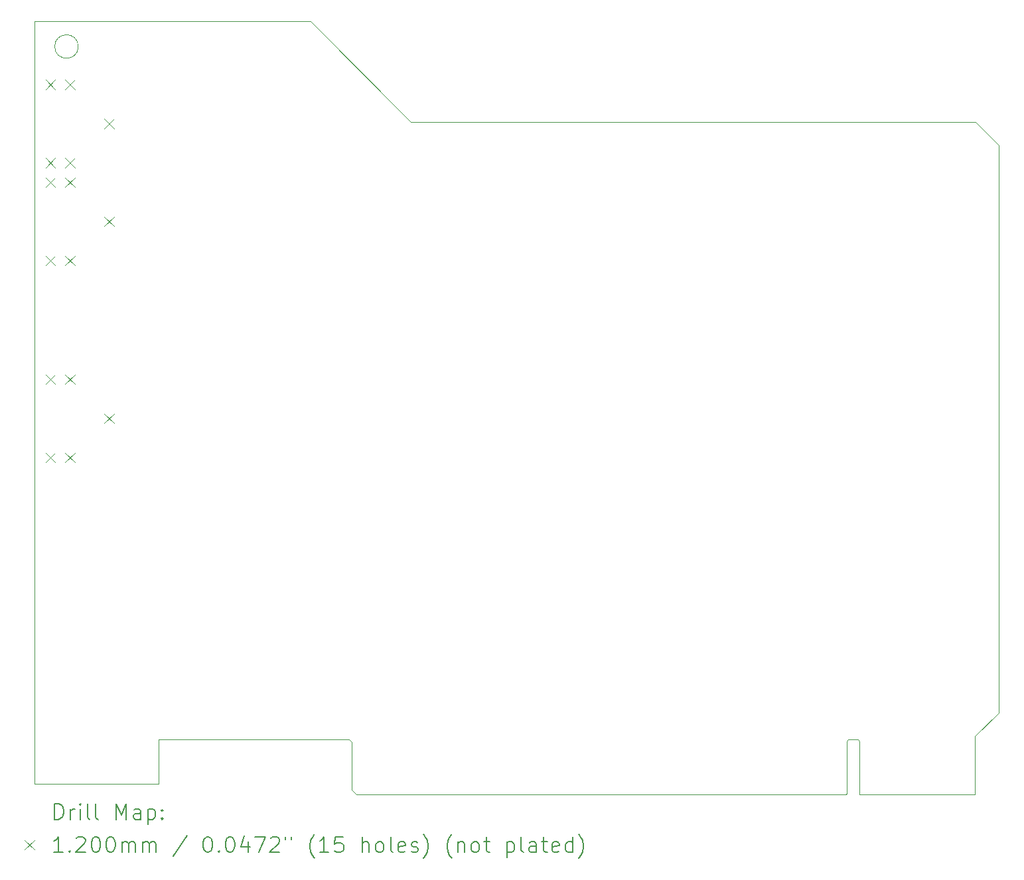
<source format=gbr>
%TF.GenerationSoftware,KiCad,Pcbnew,8.0.5-dirty*%
%TF.CreationDate,2024-12-31T09:31:43-08:00*%
%TF.ProjectId,sisyphus-pci,73697379-7068-4757-932d-7063692e6b69,rev?*%
%TF.SameCoordinates,Original*%
%TF.FileFunction,Drillmap*%
%TF.FilePolarity,Positive*%
%FSLAX45Y45*%
G04 Gerber Fmt 4.5, Leading zero omitted, Abs format (unit mm)*
G04 Created by KiCad (PCBNEW 8.0.5-dirty) date 2024-12-31 09:31:43*
%MOMM*%
%LPD*%
G01*
G04 APERTURE LIST*
%ADD10C,0.050000*%
%ADD11C,0.125000*%
%ADD12C,0.200000*%
%ADD13C,0.120000*%
G04 APERTURE END LIST*
D10*
X4510000Y-6450000D02*
G75*
G02*
X4210000Y-6450000I-150000J0D01*
G01*
X4210000Y-6450000D02*
G75*
G02*
X4510000Y-6450000I150000J0D01*
G01*
D11*
X8755000Y-7410000D02*
X15960000Y-7410000D01*
X16257000Y-7707000D01*
X16257000Y-14953979D01*
X15950000Y-15254304D01*
X15950000Y-16000000D01*
X14480000Y-16000000D01*
X14480000Y-15320227D01*
X14457777Y-15297500D01*
X14335273Y-15297500D01*
X14313000Y-15320185D01*
X14313000Y-15987000D01*
X14300000Y-16000000D01*
X8060000Y-16000000D01*
X8003000Y-15938378D01*
X8003000Y-15331500D01*
X7968000Y-15296500D01*
X5535000Y-15296500D01*
X5535000Y-15860000D01*
X3955000Y-15860000D01*
X3955000Y-6130000D01*
X7475000Y-6130000D01*
X8755000Y-7410000D01*
D12*
D13*
X4095000Y-6875000D02*
X4215000Y-6995000D01*
X4215000Y-6875000D02*
X4095000Y-6995000D01*
X4095000Y-7875000D02*
X4215000Y-7995000D01*
X4215000Y-7875000D02*
X4095000Y-7995000D01*
X4095000Y-8125000D02*
X4215000Y-8245000D01*
X4215000Y-8125000D02*
X4095000Y-8245000D01*
X4095000Y-9125000D02*
X4215000Y-9245000D01*
X4215000Y-9125000D02*
X4095000Y-9245000D01*
X4095000Y-10640000D02*
X4215000Y-10760000D01*
X4215000Y-10640000D02*
X4095000Y-10760000D01*
X4095000Y-11640000D02*
X4215000Y-11760000D01*
X4215000Y-11640000D02*
X4095000Y-11760000D01*
X4345000Y-6875000D02*
X4465000Y-6995000D01*
X4465000Y-6875000D02*
X4345000Y-6995000D01*
X4345000Y-7875000D02*
X4465000Y-7995000D01*
X4465000Y-7875000D02*
X4345000Y-7995000D01*
X4345000Y-8125000D02*
X4465000Y-8245000D01*
X4465000Y-8125000D02*
X4345000Y-8245000D01*
X4345000Y-9125000D02*
X4465000Y-9245000D01*
X4465000Y-9125000D02*
X4345000Y-9245000D01*
X4345000Y-10640000D02*
X4465000Y-10760000D01*
X4465000Y-10640000D02*
X4345000Y-10760000D01*
X4345000Y-11640000D02*
X4465000Y-11760000D01*
X4465000Y-11640000D02*
X4345000Y-11760000D01*
X4845000Y-7375000D02*
X4965000Y-7495000D01*
X4965000Y-7375000D02*
X4845000Y-7495000D01*
X4845000Y-8625000D02*
X4965000Y-8745000D01*
X4965000Y-8625000D02*
X4845000Y-8745000D01*
X4845000Y-11140000D02*
X4965000Y-11260000D01*
X4965000Y-11140000D02*
X4845000Y-11260000D01*
D12*
X4209527Y-16317734D02*
X4209527Y-16117734D01*
X4209527Y-16117734D02*
X4257146Y-16117734D01*
X4257146Y-16117734D02*
X4285717Y-16127258D01*
X4285717Y-16127258D02*
X4304765Y-16146305D01*
X4304765Y-16146305D02*
X4314289Y-16165353D01*
X4314289Y-16165353D02*
X4323813Y-16203448D01*
X4323813Y-16203448D02*
X4323813Y-16232019D01*
X4323813Y-16232019D02*
X4314289Y-16270115D01*
X4314289Y-16270115D02*
X4304765Y-16289162D01*
X4304765Y-16289162D02*
X4285717Y-16308210D01*
X4285717Y-16308210D02*
X4257146Y-16317734D01*
X4257146Y-16317734D02*
X4209527Y-16317734D01*
X4409527Y-16317734D02*
X4409527Y-16184400D01*
X4409527Y-16222496D02*
X4419051Y-16203448D01*
X4419051Y-16203448D02*
X4428574Y-16193924D01*
X4428574Y-16193924D02*
X4447622Y-16184400D01*
X4447622Y-16184400D02*
X4466670Y-16184400D01*
X4533336Y-16317734D02*
X4533336Y-16184400D01*
X4533336Y-16117734D02*
X4523813Y-16127258D01*
X4523813Y-16127258D02*
X4533336Y-16136781D01*
X4533336Y-16136781D02*
X4542860Y-16127258D01*
X4542860Y-16127258D02*
X4533336Y-16117734D01*
X4533336Y-16117734D02*
X4533336Y-16136781D01*
X4657146Y-16317734D02*
X4638098Y-16308210D01*
X4638098Y-16308210D02*
X4628574Y-16289162D01*
X4628574Y-16289162D02*
X4628574Y-16117734D01*
X4761908Y-16317734D02*
X4742860Y-16308210D01*
X4742860Y-16308210D02*
X4733336Y-16289162D01*
X4733336Y-16289162D02*
X4733336Y-16117734D01*
X4990479Y-16317734D02*
X4990479Y-16117734D01*
X4990479Y-16117734D02*
X5057146Y-16260591D01*
X5057146Y-16260591D02*
X5123813Y-16117734D01*
X5123813Y-16117734D02*
X5123813Y-16317734D01*
X5304765Y-16317734D02*
X5304765Y-16212972D01*
X5304765Y-16212972D02*
X5295241Y-16193924D01*
X5295241Y-16193924D02*
X5276194Y-16184400D01*
X5276194Y-16184400D02*
X5238098Y-16184400D01*
X5238098Y-16184400D02*
X5219051Y-16193924D01*
X5304765Y-16308210D02*
X5285717Y-16317734D01*
X5285717Y-16317734D02*
X5238098Y-16317734D01*
X5238098Y-16317734D02*
X5219051Y-16308210D01*
X5219051Y-16308210D02*
X5209527Y-16289162D01*
X5209527Y-16289162D02*
X5209527Y-16270115D01*
X5209527Y-16270115D02*
X5219051Y-16251067D01*
X5219051Y-16251067D02*
X5238098Y-16241543D01*
X5238098Y-16241543D02*
X5285717Y-16241543D01*
X5285717Y-16241543D02*
X5304765Y-16232019D01*
X5400003Y-16184400D02*
X5400003Y-16384400D01*
X5400003Y-16193924D02*
X5419051Y-16184400D01*
X5419051Y-16184400D02*
X5457146Y-16184400D01*
X5457146Y-16184400D02*
X5476194Y-16193924D01*
X5476194Y-16193924D02*
X5485717Y-16203448D01*
X5485717Y-16203448D02*
X5495241Y-16222496D01*
X5495241Y-16222496D02*
X5495241Y-16279638D01*
X5495241Y-16279638D02*
X5485717Y-16298686D01*
X5485717Y-16298686D02*
X5476194Y-16308210D01*
X5476194Y-16308210D02*
X5457146Y-16317734D01*
X5457146Y-16317734D02*
X5419051Y-16317734D01*
X5419051Y-16317734D02*
X5400003Y-16308210D01*
X5580955Y-16298686D02*
X5590479Y-16308210D01*
X5590479Y-16308210D02*
X5580955Y-16317734D01*
X5580955Y-16317734D02*
X5571432Y-16308210D01*
X5571432Y-16308210D02*
X5580955Y-16298686D01*
X5580955Y-16298686D02*
X5580955Y-16317734D01*
X5580955Y-16193924D02*
X5590479Y-16203448D01*
X5590479Y-16203448D02*
X5580955Y-16212972D01*
X5580955Y-16212972D02*
X5571432Y-16203448D01*
X5571432Y-16203448D02*
X5580955Y-16193924D01*
X5580955Y-16193924D02*
X5580955Y-16212972D01*
D13*
X3828750Y-16586250D02*
X3948750Y-16706250D01*
X3948750Y-16586250D02*
X3828750Y-16706250D01*
D12*
X4314289Y-16737734D02*
X4200003Y-16737734D01*
X4257146Y-16737734D02*
X4257146Y-16537734D01*
X4257146Y-16537734D02*
X4238098Y-16566305D01*
X4238098Y-16566305D02*
X4219051Y-16585353D01*
X4219051Y-16585353D02*
X4200003Y-16594877D01*
X4400003Y-16718686D02*
X4409527Y-16728210D01*
X4409527Y-16728210D02*
X4400003Y-16737734D01*
X4400003Y-16737734D02*
X4390479Y-16728210D01*
X4390479Y-16728210D02*
X4400003Y-16718686D01*
X4400003Y-16718686D02*
X4400003Y-16737734D01*
X4485717Y-16556781D02*
X4495241Y-16547258D01*
X4495241Y-16547258D02*
X4514289Y-16537734D01*
X4514289Y-16537734D02*
X4561908Y-16537734D01*
X4561908Y-16537734D02*
X4580955Y-16547258D01*
X4580955Y-16547258D02*
X4590479Y-16556781D01*
X4590479Y-16556781D02*
X4600003Y-16575829D01*
X4600003Y-16575829D02*
X4600003Y-16594877D01*
X4600003Y-16594877D02*
X4590479Y-16623448D01*
X4590479Y-16623448D02*
X4476194Y-16737734D01*
X4476194Y-16737734D02*
X4600003Y-16737734D01*
X4723813Y-16537734D02*
X4742860Y-16537734D01*
X4742860Y-16537734D02*
X4761908Y-16547258D01*
X4761908Y-16547258D02*
X4771432Y-16556781D01*
X4771432Y-16556781D02*
X4780955Y-16575829D01*
X4780955Y-16575829D02*
X4790479Y-16613924D01*
X4790479Y-16613924D02*
X4790479Y-16661543D01*
X4790479Y-16661543D02*
X4780955Y-16699638D01*
X4780955Y-16699638D02*
X4771432Y-16718686D01*
X4771432Y-16718686D02*
X4761908Y-16728210D01*
X4761908Y-16728210D02*
X4742860Y-16737734D01*
X4742860Y-16737734D02*
X4723813Y-16737734D01*
X4723813Y-16737734D02*
X4704765Y-16728210D01*
X4704765Y-16728210D02*
X4695241Y-16718686D01*
X4695241Y-16718686D02*
X4685717Y-16699638D01*
X4685717Y-16699638D02*
X4676194Y-16661543D01*
X4676194Y-16661543D02*
X4676194Y-16613924D01*
X4676194Y-16613924D02*
X4685717Y-16575829D01*
X4685717Y-16575829D02*
X4695241Y-16556781D01*
X4695241Y-16556781D02*
X4704765Y-16547258D01*
X4704765Y-16547258D02*
X4723813Y-16537734D01*
X4914289Y-16537734D02*
X4933336Y-16537734D01*
X4933336Y-16537734D02*
X4952384Y-16547258D01*
X4952384Y-16547258D02*
X4961908Y-16556781D01*
X4961908Y-16556781D02*
X4971432Y-16575829D01*
X4971432Y-16575829D02*
X4980955Y-16613924D01*
X4980955Y-16613924D02*
X4980955Y-16661543D01*
X4980955Y-16661543D02*
X4971432Y-16699638D01*
X4971432Y-16699638D02*
X4961908Y-16718686D01*
X4961908Y-16718686D02*
X4952384Y-16728210D01*
X4952384Y-16728210D02*
X4933336Y-16737734D01*
X4933336Y-16737734D02*
X4914289Y-16737734D01*
X4914289Y-16737734D02*
X4895241Y-16728210D01*
X4895241Y-16728210D02*
X4885717Y-16718686D01*
X4885717Y-16718686D02*
X4876194Y-16699638D01*
X4876194Y-16699638D02*
X4866670Y-16661543D01*
X4866670Y-16661543D02*
X4866670Y-16613924D01*
X4866670Y-16613924D02*
X4876194Y-16575829D01*
X4876194Y-16575829D02*
X4885717Y-16556781D01*
X4885717Y-16556781D02*
X4895241Y-16547258D01*
X4895241Y-16547258D02*
X4914289Y-16537734D01*
X5066670Y-16737734D02*
X5066670Y-16604400D01*
X5066670Y-16623448D02*
X5076194Y-16613924D01*
X5076194Y-16613924D02*
X5095241Y-16604400D01*
X5095241Y-16604400D02*
X5123813Y-16604400D01*
X5123813Y-16604400D02*
X5142860Y-16613924D01*
X5142860Y-16613924D02*
X5152384Y-16632972D01*
X5152384Y-16632972D02*
X5152384Y-16737734D01*
X5152384Y-16632972D02*
X5161908Y-16613924D01*
X5161908Y-16613924D02*
X5180955Y-16604400D01*
X5180955Y-16604400D02*
X5209527Y-16604400D01*
X5209527Y-16604400D02*
X5228575Y-16613924D01*
X5228575Y-16613924D02*
X5238098Y-16632972D01*
X5238098Y-16632972D02*
X5238098Y-16737734D01*
X5333336Y-16737734D02*
X5333336Y-16604400D01*
X5333336Y-16623448D02*
X5342860Y-16613924D01*
X5342860Y-16613924D02*
X5361908Y-16604400D01*
X5361908Y-16604400D02*
X5390479Y-16604400D01*
X5390479Y-16604400D02*
X5409527Y-16613924D01*
X5409527Y-16613924D02*
X5419051Y-16632972D01*
X5419051Y-16632972D02*
X5419051Y-16737734D01*
X5419051Y-16632972D02*
X5428575Y-16613924D01*
X5428575Y-16613924D02*
X5447622Y-16604400D01*
X5447622Y-16604400D02*
X5476194Y-16604400D01*
X5476194Y-16604400D02*
X5495241Y-16613924D01*
X5495241Y-16613924D02*
X5504765Y-16632972D01*
X5504765Y-16632972D02*
X5504765Y-16737734D01*
X5895241Y-16528210D02*
X5723813Y-16785353D01*
X6152384Y-16537734D02*
X6171432Y-16537734D01*
X6171432Y-16537734D02*
X6190479Y-16547258D01*
X6190479Y-16547258D02*
X6200003Y-16556781D01*
X6200003Y-16556781D02*
X6209527Y-16575829D01*
X6209527Y-16575829D02*
X6219051Y-16613924D01*
X6219051Y-16613924D02*
X6219051Y-16661543D01*
X6219051Y-16661543D02*
X6209527Y-16699638D01*
X6209527Y-16699638D02*
X6200003Y-16718686D01*
X6200003Y-16718686D02*
X6190479Y-16728210D01*
X6190479Y-16728210D02*
X6171432Y-16737734D01*
X6171432Y-16737734D02*
X6152384Y-16737734D01*
X6152384Y-16737734D02*
X6133336Y-16728210D01*
X6133336Y-16728210D02*
X6123813Y-16718686D01*
X6123813Y-16718686D02*
X6114289Y-16699638D01*
X6114289Y-16699638D02*
X6104765Y-16661543D01*
X6104765Y-16661543D02*
X6104765Y-16613924D01*
X6104765Y-16613924D02*
X6114289Y-16575829D01*
X6114289Y-16575829D02*
X6123813Y-16556781D01*
X6123813Y-16556781D02*
X6133336Y-16547258D01*
X6133336Y-16547258D02*
X6152384Y-16537734D01*
X6304765Y-16718686D02*
X6314289Y-16728210D01*
X6314289Y-16728210D02*
X6304765Y-16737734D01*
X6304765Y-16737734D02*
X6295241Y-16728210D01*
X6295241Y-16728210D02*
X6304765Y-16718686D01*
X6304765Y-16718686D02*
X6304765Y-16737734D01*
X6438098Y-16537734D02*
X6457146Y-16537734D01*
X6457146Y-16537734D02*
X6476194Y-16547258D01*
X6476194Y-16547258D02*
X6485717Y-16556781D01*
X6485717Y-16556781D02*
X6495241Y-16575829D01*
X6495241Y-16575829D02*
X6504765Y-16613924D01*
X6504765Y-16613924D02*
X6504765Y-16661543D01*
X6504765Y-16661543D02*
X6495241Y-16699638D01*
X6495241Y-16699638D02*
X6485717Y-16718686D01*
X6485717Y-16718686D02*
X6476194Y-16728210D01*
X6476194Y-16728210D02*
X6457146Y-16737734D01*
X6457146Y-16737734D02*
X6438098Y-16737734D01*
X6438098Y-16737734D02*
X6419051Y-16728210D01*
X6419051Y-16728210D02*
X6409527Y-16718686D01*
X6409527Y-16718686D02*
X6400003Y-16699638D01*
X6400003Y-16699638D02*
X6390479Y-16661543D01*
X6390479Y-16661543D02*
X6390479Y-16613924D01*
X6390479Y-16613924D02*
X6400003Y-16575829D01*
X6400003Y-16575829D02*
X6409527Y-16556781D01*
X6409527Y-16556781D02*
X6419051Y-16547258D01*
X6419051Y-16547258D02*
X6438098Y-16537734D01*
X6676194Y-16604400D02*
X6676194Y-16737734D01*
X6628575Y-16528210D02*
X6580956Y-16671067D01*
X6580956Y-16671067D02*
X6704765Y-16671067D01*
X6761908Y-16537734D02*
X6895241Y-16537734D01*
X6895241Y-16537734D02*
X6809527Y-16737734D01*
X6961908Y-16556781D02*
X6971432Y-16547258D01*
X6971432Y-16547258D02*
X6990479Y-16537734D01*
X6990479Y-16537734D02*
X7038098Y-16537734D01*
X7038098Y-16537734D02*
X7057146Y-16547258D01*
X7057146Y-16547258D02*
X7066670Y-16556781D01*
X7066670Y-16556781D02*
X7076194Y-16575829D01*
X7076194Y-16575829D02*
X7076194Y-16594877D01*
X7076194Y-16594877D02*
X7066670Y-16623448D01*
X7066670Y-16623448D02*
X6952384Y-16737734D01*
X6952384Y-16737734D02*
X7076194Y-16737734D01*
X7152384Y-16537734D02*
X7152384Y-16575829D01*
X7228575Y-16537734D02*
X7228575Y-16575829D01*
X7523813Y-16813924D02*
X7514289Y-16804400D01*
X7514289Y-16804400D02*
X7495241Y-16775829D01*
X7495241Y-16775829D02*
X7485718Y-16756781D01*
X7485718Y-16756781D02*
X7476194Y-16728210D01*
X7476194Y-16728210D02*
X7466670Y-16680591D01*
X7466670Y-16680591D02*
X7466670Y-16642496D01*
X7466670Y-16642496D02*
X7476194Y-16594877D01*
X7476194Y-16594877D02*
X7485718Y-16566305D01*
X7485718Y-16566305D02*
X7495241Y-16547258D01*
X7495241Y-16547258D02*
X7514289Y-16518686D01*
X7514289Y-16518686D02*
X7523813Y-16509162D01*
X7704765Y-16737734D02*
X7590479Y-16737734D01*
X7647622Y-16737734D02*
X7647622Y-16537734D01*
X7647622Y-16537734D02*
X7628575Y-16566305D01*
X7628575Y-16566305D02*
X7609527Y-16585353D01*
X7609527Y-16585353D02*
X7590479Y-16594877D01*
X7885718Y-16537734D02*
X7790479Y-16537734D01*
X7790479Y-16537734D02*
X7780956Y-16632972D01*
X7780956Y-16632972D02*
X7790479Y-16623448D01*
X7790479Y-16623448D02*
X7809527Y-16613924D01*
X7809527Y-16613924D02*
X7857146Y-16613924D01*
X7857146Y-16613924D02*
X7876194Y-16623448D01*
X7876194Y-16623448D02*
X7885718Y-16632972D01*
X7885718Y-16632972D02*
X7895241Y-16652019D01*
X7895241Y-16652019D02*
X7895241Y-16699638D01*
X7895241Y-16699638D02*
X7885718Y-16718686D01*
X7885718Y-16718686D02*
X7876194Y-16728210D01*
X7876194Y-16728210D02*
X7857146Y-16737734D01*
X7857146Y-16737734D02*
X7809527Y-16737734D01*
X7809527Y-16737734D02*
X7790479Y-16728210D01*
X7790479Y-16728210D02*
X7780956Y-16718686D01*
X8133337Y-16737734D02*
X8133337Y-16537734D01*
X8219051Y-16737734D02*
X8219051Y-16632972D01*
X8219051Y-16632972D02*
X8209527Y-16613924D01*
X8209527Y-16613924D02*
X8190480Y-16604400D01*
X8190480Y-16604400D02*
X8161908Y-16604400D01*
X8161908Y-16604400D02*
X8142860Y-16613924D01*
X8142860Y-16613924D02*
X8133337Y-16623448D01*
X8342860Y-16737734D02*
X8323813Y-16728210D01*
X8323813Y-16728210D02*
X8314289Y-16718686D01*
X8314289Y-16718686D02*
X8304765Y-16699638D01*
X8304765Y-16699638D02*
X8304765Y-16642496D01*
X8304765Y-16642496D02*
X8314289Y-16623448D01*
X8314289Y-16623448D02*
X8323813Y-16613924D01*
X8323813Y-16613924D02*
X8342860Y-16604400D01*
X8342860Y-16604400D02*
X8371432Y-16604400D01*
X8371432Y-16604400D02*
X8390480Y-16613924D01*
X8390480Y-16613924D02*
X8400003Y-16623448D01*
X8400003Y-16623448D02*
X8409527Y-16642496D01*
X8409527Y-16642496D02*
X8409527Y-16699638D01*
X8409527Y-16699638D02*
X8400003Y-16718686D01*
X8400003Y-16718686D02*
X8390480Y-16728210D01*
X8390480Y-16728210D02*
X8371432Y-16737734D01*
X8371432Y-16737734D02*
X8342860Y-16737734D01*
X8523813Y-16737734D02*
X8504765Y-16728210D01*
X8504765Y-16728210D02*
X8495242Y-16709162D01*
X8495242Y-16709162D02*
X8495242Y-16537734D01*
X8676194Y-16728210D02*
X8657146Y-16737734D01*
X8657146Y-16737734D02*
X8619051Y-16737734D01*
X8619051Y-16737734D02*
X8600003Y-16728210D01*
X8600003Y-16728210D02*
X8590480Y-16709162D01*
X8590480Y-16709162D02*
X8590480Y-16632972D01*
X8590480Y-16632972D02*
X8600003Y-16613924D01*
X8600003Y-16613924D02*
X8619051Y-16604400D01*
X8619051Y-16604400D02*
X8657146Y-16604400D01*
X8657146Y-16604400D02*
X8676194Y-16613924D01*
X8676194Y-16613924D02*
X8685718Y-16632972D01*
X8685718Y-16632972D02*
X8685718Y-16652019D01*
X8685718Y-16652019D02*
X8590480Y-16671067D01*
X8761908Y-16728210D02*
X8780956Y-16737734D01*
X8780956Y-16737734D02*
X8819051Y-16737734D01*
X8819051Y-16737734D02*
X8838099Y-16728210D01*
X8838099Y-16728210D02*
X8847623Y-16709162D01*
X8847623Y-16709162D02*
X8847623Y-16699638D01*
X8847623Y-16699638D02*
X8838099Y-16680591D01*
X8838099Y-16680591D02*
X8819051Y-16671067D01*
X8819051Y-16671067D02*
X8790480Y-16671067D01*
X8790480Y-16671067D02*
X8771432Y-16661543D01*
X8771432Y-16661543D02*
X8761908Y-16642496D01*
X8761908Y-16642496D02*
X8761908Y-16632972D01*
X8761908Y-16632972D02*
X8771432Y-16613924D01*
X8771432Y-16613924D02*
X8790480Y-16604400D01*
X8790480Y-16604400D02*
X8819051Y-16604400D01*
X8819051Y-16604400D02*
X8838099Y-16613924D01*
X8914289Y-16813924D02*
X8923813Y-16804400D01*
X8923813Y-16804400D02*
X8942861Y-16775829D01*
X8942861Y-16775829D02*
X8952384Y-16756781D01*
X8952384Y-16756781D02*
X8961908Y-16728210D01*
X8961908Y-16728210D02*
X8971432Y-16680591D01*
X8971432Y-16680591D02*
X8971432Y-16642496D01*
X8971432Y-16642496D02*
X8961908Y-16594877D01*
X8961908Y-16594877D02*
X8952384Y-16566305D01*
X8952384Y-16566305D02*
X8942861Y-16547258D01*
X8942861Y-16547258D02*
X8923813Y-16518686D01*
X8923813Y-16518686D02*
X8914289Y-16509162D01*
X9276194Y-16813924D02*
X9266670Y-16804400D01*
X9266670Y-16804400D02*
X9247623Y-16775829D01*
X9247623Y-16775829D02*
X9238099Y-16756781D01*
X9238099Y-16756781D02*
X9228575Y-16728210D01*
X9228575Y-16728210D02*
X9219051Y-16680591D01*
X9219051Y-16680591D02*
X9219051Y-16642496D01*
X9219051Y-16642496D02*
X9228575Y-16594877D01*
X9228575Y-16594877D02*
X9238099Y-16566305D01*
X9238099Y-16566305D02*
X9247623Y-16547258D01*
X9247623Y-16547258D02*
X9266670Y-16518686D01*
X9266670Y-16518686D02*
X9276194Y-16509162D01*
X9352384Y-16604400D02*
X9352384Y-16737734D01*
X9352384Y-16623448D02*
X9361908Y-16613924D01*
X9361908Y-16613924D02*
X9380956Y-16604400D01*
X9380956Y-16604400D02*
X9409527Y-16604400D01*
X9409527Y-16604400D02*
X9428575Y-16613924D01*
X9428575Y-16613924D02*
X9438099Y-16632972D01*
X9438099Y-16632972D02*
X9438099Y-16737734D01*
X9561908Y-16737734D02*
X9542861Y-16728210D01*
X9542861Y-16728210D02*
X9533337Y-16718686D01*
X9533337Y-16718686D02*
X9523813Y-16699638D01*
X9523813Y-16699638D02*
X9523813Y-16642496D01*
X9523813Y-16642496D02*
X9533337Y-16623448D01*
X9533337Y-16623448D02*
X9542861Y-16613924D01*
X9542861Y-16613924D02*
X9561908Y-16604400D01*
X9561908Y-16604400D02*
X9590480Y-16604400D01*
X9590480Y-16604400D02*
X9609527Y-16613924D01*
X9609527Y-16613924D02*
X9619051Y-16623448D01*
X9619051Y-16623448D02*
X9628575Y-16642496D01*
X9628575Y-16642496D02*
X9628575Y-16699638D01*
X9628575Y-16699638D02*
X9619051Y-16718686D01*
X9619051Y-16718686D02*
X9609527Y-16728210D01*
X9609527Y-16728210D02*
X9590480Y-16737734D01*
X9590480Y-16737734D02*
X9561908Y-16737734D01*
X9685718Y-16604400D02*
X9761908Y-16604400D01*
X9714289Y-16537734D02*
X9714289Y-16709162D01*
X9714289Y-16709162D02*
X9723813Y-16728210D01*
X9723813Y-16728210D02*
X9742861Y-16737734D01*
X9742861Y-16737734D02*
X9761908Y-16737734D01*
X9980956Y-16604400D02*
X9980956Y-16804400D01*
X9980956Y-16613924D02*
X10000004Y-16604400D01*
X10000004Y-16604400D02*
X10038099Y-16604400D01*
X10038099Y-16604400D02*
X10057146Y-16613924D01*
X10057146Y-16613924D02*
X10066670Y-16623448D01*
X10066670Y-16623448D02*
X10076194Y-16642496D01*
X10076194Y-16642496D02*
X10076194Y-16699638D01*
X10076194Y-16699638D02*
X10066670Y-16718686D01*
X10066670Y-16718686D02*
X10057146Y-16728210D01*
X10057146Y-16728210D02*
X10038099Y-16737734D01*
X10038099Y-16737734D02*
X10000004Y-16737734D01*
X10000004Y-16737734D02*
X9980956Y-16728210D01*
X10190480Y-16737734D02*
X10171432Y-16728210D01*
X10171432Y-16728210D02*
X10161908Y-16709162D01*
X10161908Y-16709162D02*
X10161908Y-16537734D01*
X10352385Y-16737734D02*
X10352385Y-16632972D01*
X10352385Y-16632972D02*
X10342861Y-16613924D01*
X10342861Y-16613924D02*
X10323813Y-16604400D01*
X10323813Y-16604400D02*
X10285718Y-16604400D01*
X10285718Y-16604400D02*
X10266670Y-16613924D01*
X10352385Y-16728210D02*
X10333337Y-16737734D01*
X10333337Y-16737734D02*
X10285718Y-16737734D01*
X10285718Y-16737734D02*
X10266670Y-16728210D01*
X10266670Y-16728210D02*
X10257146Y-16709162D01*
X10257146Y-16709162D02*
X10257146Y-16690115D01*
X10257146Y-16690115D02*
X10266670Y-16671067D01*
X10266670Y-16671067D02*
X10285718Y-16661543D01*
X10285718Y-16661543D02*
X10333337Y-16661543D01*
X10333337Y-16661543D02*
X10352385Y-16652019D01*
X10419051Y-16604400D02*
X10495242Y-16604400D01*
X10447623Y-16537734D02*
X10447623Y-16709162D01*
X10447623Y-16709162D02*
X10457146Y-16728210D01*
X10457146Y-16728210D02*
X10476194Y-16737734D01*
X10476194Y-16737734D02*
X10495242Y-16737734D01*
X10638099Y-16728210D02*
X10619051Y-16737734D01*
X10619051Y-16737734D02*
X10580956Y-16737734D01*
X10580956Y-16737734D02*
X10561908Y-16728210D01*
X10561908Y-16728210D02*
X10552385Y-16709162D01*
X10552385Y-16709162D02*
X10552385Y-16632972D01*
X10552385Y-16632972D02*
X10561908Y-16613924D01*
X10561908Y-16613924D02*
X10580956Y-16604400D01*
X10580956Y-16604400D02*
X10619051Y-16604400D01*
X10619051Y-16604400D02*
X10638099Y-16613924D01*
X10638099Y-16613924D02*
X10647623Y-16632972D01*
X10647623Y-16632972D02*
X10647623Y-16652019D01*
X10647623Y-16652019D02*
X10552385Y-16671067D01*
X10819051Y-16737734D02*
X10819051Y-16537734D01*
X10819051Y-16728210D02*
X10800004Y-16737734D01*
X10800004Y-16737734D02*
X10761908Y-16737734D01*
X10761908Y-16737734D02*
X10742861Y-16728210D01*
X10742861Y-16728210D02*
X10733337Y-16718686D01*
X10733337Y-16718686D02*
X10723813Y-16699638D01*
X10723813Y-16699638D02*
X10723813Y-16642496D01*
X10723813Y-16642496D02*
X10733337Y-16623448D01*
X10733337Y-16623448D02*
X10742861Y-16613924D01*
X10742861Y-16613924D02*
X10761908Y-16604400D01*
X10761908Y-16604400D02*
X10800004Y-16604400D01*
X10800004Y-16604400D02*
X10819051Y-16613924D01*
X10895242Y-16813924D02*
X10904766Y-16804400D01*
X10904766Y-16804400D02*
X10923813Y-16775829D01*
X10923813Y-16775829D02*
X10933337Y-16756781D01*
X10933337Y-16756781D02*
X10942861Y-16728210D01*
X10942861Y-16728210D02*
X10952385Y-16680591D01*
X10952385Y-16680591D02*
X10952385Y-16642496D01*
X10952385Y-16642496D02*
X10942861Y-16594877D01*
X10942861Y-16594877D02*
X10933337Y-16566305D01*
X10933337Y-16566305D02*
X10923813Y-16547258D01*
X10923813Y-16547258D02*
X10904766Y-16518686D01*
X10904766Y-16518686D02*
X10895242Y-16509162D01*
M02*

</source>
